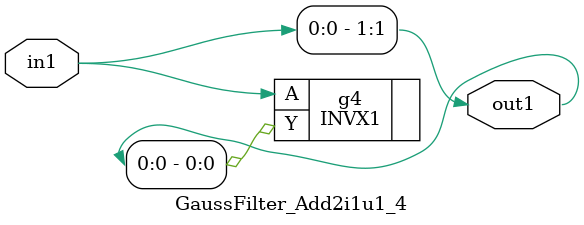
<source format=v>
`timescale 1ps / 1ps


module GaussFilter_Add2i1u1_4(in1, out1);
  input in1;
  output [1:0] out1;
  wire in1;
  wire [1:0] out1;
  assign out1[1] = in1;
  INVX1 g4(.A (in1), .Y (out1[0]));
endmodule



</source>
